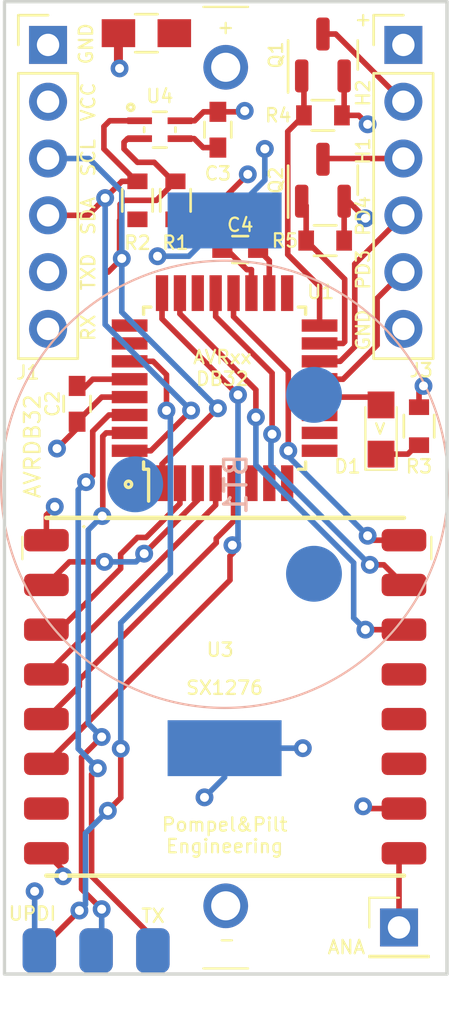
<source format=kicad_pcb>
(kicad_pcb (version 20211014) (generator pcbnew)
  (layers (0 "F.Cu" signal) (31 "B.Cu" signal) (37 "F.SilkS" user "F.Silkscreen") (38 "B.Mask" user) (39 "F.Mask" user) (44 "Edge.Cuts" user))
  (net 0 "")
  (net 1 "/RSTL")
  (net 2 "/SS")
  (net 3 "/SCK")
  (net 4 "/MOSI")
  (net 5 "/MISO")
  (net 6 "/REC_INT")
  (net 7 "GND")
  (net 8 "VCC")
  (net 9 "/SDA")
  (net 10 "/SCL")
  (net 11 "Net-(D1-Pad1)")
  (net 12 "/LED")
  (net 13 "/ANA")
  (net 14 "/TXD")
  (net 15 "/D2")
  (net 16 "/D1")
  (net 20 "/RXD")
  (net 25 "/UPDI")
  (net 26 "/PD6")
  (net 27 "/PD5")
  (net 28 "/PD4")
  (net 29 "/PD3")
  (net 31 "unconnected-(U1-Pad8)")
  (net 34 "/TX")
  (net 35 "/RX")
  (net 36 "/HP1")
  (net 37 "/HP2")
  (footprint "LEDs:LED_0805" (layer "F.Cu") (at 115.4 58.25 90)
    (fp_text reference "D1" (at -1.65 -1.5) (layer "F.SilkS") (effects (font (size 0.6 0.6) (thickness 0.1))))
    (fp_text value "LED")
    (fp_line (start -1.8 -0.7) (end 1 -0.7) (layer "F.SilkS") (width 0.1))
    (fp_line (start -1.8 -0.7) (end -1.8 0.7) (layer "F.SilkS") (width 0.1))
    (fp_line (start -1.8 0.7) (end 1 0.7) (layer "F.SilkS") (width 0.1))
    (pad "1" smd rect locked (at -1.1 0 270) (size 1.2 1.2) (layers "F.Cu" "F.Paste" "F.Mask") (net 11 "Net-(D1-Pad1)"))
    (pad "2" smd rect locked (at 1.1 0 270) (size 1.2 1.2) (layers "F.Cu" "F.Paste" "F.Mask") (net 12 "/LED"))
  )
  (footprint "Pin_Headers:Pin_Header_Straight_1x01_Pitch2.54mm" (layer "F.Cu") (at 116.205 80.518)
    (fp_text reference "AE1" hide)
    (fp_text value "Antenna")
    (fp_line (start 1.33 1.27) (end 1.33 1.33) (layer "F.SilkS") (width 0.1))
    (fp_line (start -1.33 -1.33) (end 0 -1.33) (layer "F.SilkS") (width 0.1))
    (fp_line (start -1.33 1.27) (end 1.33 1.27) (layer "F.SilkS") (width 0.1))
    (fp_line (start -1.33 0) (end -1.33 -1.33) (layer "F.SilkS") (width 0.1))
    (fp_line (start -1.33 1.27) (end -1.33 1.33) (layer "F.SilkS") (width 0.1))
    (fp_line (start -1.33 1.33) (end 1.33 1.33) (layer "F.SilkS") (width 0.1))
    (pad "1" thru_hole rect locked (at 0 0) (size 1.7 1.7) (drill 1) (layers *.Cu *.Mask) (net 13 "/ANA"))
  )
  (footprint "halib:EdgePads_FB_2x03" (layer "F.Cu") (at 102.65 84.6)
    (fp_text reference "J2" hide)
    (fp_text value "Conn_02x03_Top_Bottom")
    (pad "1" connect roundrect locked (at -2.54 -3.048) (size 1.5 2) (layers "F.Cu" "F.Mask") (net 25 "/UPDI"))
    (pad "2" connect roundrect locked (at 0 -3.048) (size 1.5 2) (layers "F.Cu" "F.Mask"))
    (pad "3" connect roundrect locked (at 2.54 -3.048) (size 1.5 2) (layers "F.Cu" "F.Mask") (net 14 "/TXD"))
    (pad "4" connect roundrect locked (at -2.54 -3.048) (size 1.5 2) (layers "B.Cu" "B.Mask") (net 8 "VCC"))
    (pad "5" connect roundrect locked (at 0 -3.048) (size 1.5 2) (layers "B.Cu" "B.Mask") (net 20 "/RXD"))
    (pad "6" connect roundrect locked (at 2.54 -3.048) (size 1.5 2) (layers "B.Cu" "B.Mask") (net 7 "GND"))
  )
  (footprint "halib:1276Module2mm" (layer "F.Cu") (at 106.426 76.2)
    (fp_text reference "U3" (at 1.774 -8.1) (layer "F.SilkS") (effects (font (size 0.6 0.6) (thickness 0.1))))
    (fp_text value "1276Module")
    (fp_line (start 10 2) (end -6 2) (layer "F.SilkS") (width 0.2))
    (fp_line (start -6 -14) (end 10 -14) (layer "F.SilkS") (width 0.2))
    (pad "1" smd roundrect (at 10 -1) (size 2 1) (layers "F.Cu" "F.Paste" "F.Mask") (net 7 "GND"))
    (pad "1" smd roundrect (at -6 1) (size 2 1) (layers "F.Cu" "F.Paste" "F.Mask") (net 7 "GND"))
    (pad "1" smd roundrect (at -6 -13) (size 2 1) (layers "F.Cu" "F.Paste" "F.Mask") (net 7 "GND"))
    (pad "2" smd roundrect (at -6 -11) (size 2 1) (layers "F.Cu" "F.Paste" "F.Mask") (net 5 "/MISO"))
    (pad "3" smd roundrect (at -6 -9) (size 2 1) (layers "F.Cu" "F.Paste" "F.Mask") (net 4 "/MOSI"))
    (pad "4" smd roundrect (at -6 -7) (size 2 1) (layers "F.Cu" "F.Paste" "F.Mask") (net 3 "/SCK"))
    (pad "5" smd roundrect (at -6 -5) (size 2 1) (layers "F.Cu" "F.Paste" "F.Mask") (net 2 "/SS"))
    (pad "6" smd roundrect (at -6 -3) (size 2 1) (layers "F.Cu" "F.Paste" "F.Mask") (net 1 "/RSTL"))
    (pad "7" smd roundrect (at 10 -9) (size 2 1) (layers "F.Cu" "F.Paste" "F.Mask") (net 6 "/REC_INT"))
    (pad "8" smd roundrect (at 10 -11) (size 2 1) (layers "F.Cu" "F.Paste" "F.Mask") (net 16 "/D1"))
    (pad "9" smd roundrect (at 10 -13) (size 2 1) (layers "F.Cu" "F.Paste" "F.Mask") (net 15 "/D2"))
    (pad "10" smd roundrect (at 10 -3) (size 2 1) (layers "F.Cu" "F.Paste" "F.Mask"))
    (pad "11" smd roundrect (at 10 -5) (size 2 1) (layers "F.Cu" "F.Paste" "F.Mask"))
    (pad "12" smd roundrect (at -6 -1) (size 2 1) (layers "F.Cu" "F.Paste" "F.Mask"))
    (pad "13" smd roundrect (at 10 1) (size 2 1) (layers "F.Cu" "F.Paste" "F.Mask") (net 13 "/ANA"))
    (pad "14" smd roundrect (at 10 -7) (size 2 1) (layers "F.Cu" "F.Paste" "F.Mask") (net 8 "VCC"))
  )
  (footprint "halib:CR123Holder" (layer "F.Cu") (at 108.45 42.05 -90)
    (fp_text reference "BT2" hide)
    (fp_text value "CR123")
    (fp_line (start 21 9.1) (end 22 9.1) (layer "F.SilkS") (width 0.1))
    (fp_line (start 21 -9.2) (end 22 -9.2) (layer "F.SilkS") (width 0.1))
    (fp_line (start 40.3 -1) (end 40.3 1) (layer "F.SilkS") (width 0.1))
    (fp_line (start -2.7 -1) (end -2.7 1) (layer "F.SilkS") (width 0.1))
    (pad "1" thru_hole circle locked (at 0 0 270) (size 2 2) (drill 1.3) (layers *.Cu *.Mask) (net 8 "VCC"))
    (pad "2" thru_hole circle locked (at 37.5 0 270) (size 2 2) (drill 1.3) (layers *.Cu *.Mask) (net 7 "GND"))
  )
  (footprint "halib:C_0603_Compact_hand" (layer "F.Cu") (at 101.8 57.1 -90)
    (fp_text reference "C2" (at 0 1.1 90) (layer "F.SilkS") (effects (font (size 0.6 0.6) (thickness 0.1))))
    (fp_text value "100n")
    (fp_line (start 0.35 0.6) (end -0.35 0.6) (layer "F.SilkS") (width 0.12))
    (fp_line (start -0.35 -0.6) (end 0.35 -0.6) (layer "F.SilkS") (width 0.12))
    (pad "1" smd rect locked (at -0.8 0 270) (size 0.9 0.75) (layers "F.Cu" "F.Paste" "F.Mask") (net 8 "VCC"))
    (pad "2" smd rect locked (at 0.8 0 270) (size 0.9 0.75) (layers "F.Cu" "F.Paste" "F.Mask") (net 7 "GND"))
  )
  (footprint "halib:C_0603_Compact_hand" (layer "F.Cu") (at 108.1 44.841421 90)
    (fp_text reference "C3" (at -1.958579 0 180) (layer "F.SilkS") (effects (font (size 0.6 0.6) (thickness 0.1))))
    (fp_text value "100n")
    (fp_line (start 0.35 0.6) (end -0.35 0.6) (layer "F.SilkS") (width 0.12))
    (fp_line (start -0.35 -0.6) (end 0.35 -0.6) (layer "F.SilkS") (width 0.12))
    (pad "1" smd rect locked (at -0.8 0 90) (size 0.9 0.75) (layers "F.Cu" "F.Paste" "F.Mask") (net 8 "VCC"))
    (pad "2" smd rect locked (at 0.8 0 90) (size 0.9 0.75) (layers "F.Cu" "F.Paste" "F.Mask") (net 7 "GND"))
  )
  (footprint "halib:C_0603_Compact_hand" (layer "F.Cu") (at 109.1 50.2 180)
    (fp_text reference "C4" (at 0 1.1) (layer "F.SilkS") (effects (font (size 0.6 0.6) (thickness 0.1))))
    (fp_text value "100n")
    (fp_line (start 0.35 0.6) (end -0.35 0.6) (layer "F.SilkS") (width 0.12))
    (fp_line (start -0.35 -0.6) (end 0.35 -0.6) (layer "F.SilkS") (width 0.12))
    (pad "1" smd rect locked (at -0.8 0 180) (size 0.9 0.75) (layers "F.Cu" "F.Paste" "F.Mask") (net 8 "VCC"))
    (pad "2" smd rect locked (at 0.8 0 180) (size 0.9 0.75) (layers "F.Cu" "F.Paste" "F.Mask") (net 7 "GND"))
  )
  (footprint "halib:R_0603_Compact_hand" (layer "F.Cu") (at 117.1 58.1 90)
    (fp_text reference "R3" (at -1.8 0) (layer "F.SilkS") (effects (font (size 0.6 0.6) (thickness 0.1))))
    (fp_text value "R400")
    (fp_line (start -0.5 -0.68) (end 0.5 -0.68) (layer "F.SilkS") (width 0.12))
    (fp_line (start 0.5 0.68) (end -0.5 0.68) (layer "F.SilkS") (width 0.12))
    (pad "1" smd rect locked (at -0.85 0 90) (size 0.7 0.9) (layers "F.Cu" "F.Paste" "F.Mask") (net 11 "Net-(D1-Pad1)"))
    (pad "2" smd rect locked (at 0.85 0 90) (size 0.7 0.9) (layers "F.Cu" "F.Paste" "F.Mask") (net 7 "GND"))
  )
  (footprint "halib:R_0603_Compact_hand" (layer "F.Cu") (at 106.2 48 90)
    (fp_text reference "R1" (at -1.9 0 180) (layer "F.SilkS") (effects (font (size 0.6 0.6) (thickness 0.1))))
    (fp_text value "4k7")
    (fp_line (start 0.5 0.68) (end -0.5 0.68) (layer "F.SilkS") (width 0.12))
    (fp_line (start -0.5 -0.68) (end 0.5 -0.68) (layer "F.SilkS") (width 0.12))
    (pad "1" smd rect locked (at -0.85 0 90) (size 0.7 0.9) (layers "F.Cu" "F.Paste" "F.Mask") (net 8 "VCC"))
    (pad "2" smd rect locked (at 0.85 0 90) (size 0.7 0.9) (layers "F.Cu" "F.Paste" "F.Mask") (net 10 "/SCL"))
  )
  (footprint "halib:R_0603_Compact_hand" (layer "F.Cu") (at 104.5 48 90)
    (fp_text reference "R2" (at -1.9 0 180) (layer "F.SilkS") (effects (font (size 0.6 0.6) (thickness 0.1))))
    (fp_text value "4k7")
    (fp_line (start -0.5 -0.68) (end 0.5 -0.68) (layer "F.SilkS") (width 0.12))
    (fp_line (start 0.5 0.68) (end -0.5 0.68) (layer "F.SilkS") (width 0.12))
    (pad "1" smd rect locked (at -0.85 0 90) (size 0.7 0.9) (layers "F.Cu" "F.Paste" "F.Mask") (net 8 "VCC"))
    (pad "2" smd rect locked (at 0.85 0 90) (size 0.7 0.9) (layers "F.Cu" "F.Paste" "F.Mask") (net 9 "/SDA"))
  )
  (footprint "Capacitors_SMD:C_0805_HandSoldering" (layer "F.Cu") (at 104.9 40.525 180)
    (fp_text reference "C1" hide)
    (fp_text value "10uF")
    (fp_line (start 0.5 -0.85) (end -0.5 -0.85) (layer "F.SilkS") (width 0.12))
    (fp_line (start -0.5 0.85) (end 0.5 0.85) (layer "F.SilkS") (width 0.12))
    (pad "1" smd rect locked (at -1.25 0 180) (size 1.5 1.25) (layers "F.Cu" "F.Paste" "F.Mask") (net 8 "VCC"))
    (pad "2" smd rect locked (at 1.25 0 180) (size 1.5 1.25) (layers "F.Cu" "F.Paste" "F.Mask") (net 7 "GND"))
  )
  (footprint "halib:R_0603_Compact_hand" (layer "F.Cu") (at 112.9 49.8)
    (fp_text reference "R5" (at -1.8 0) (layer "F.SilkS") (effects (font (size 0.6 0.6) (thickness 0.1))))
    (fp_text value "100k")
    (fp_line (start 0.5 0.68) (end -0.5 0.68) (layer "F.SilkS") (width 0.12))
    (fp_line (start -0.5 -0.68) (end 0.5 -0.68) (layer "F.SilkS") (width 0.12))
    (pad "1" smd rect locked (at -0.85 0) (size 0.7 0.9) (layers "F.Cu" "F.Paste" "F.Mask") (net 27 "/PD5"))
    (pad "2" smd rect locked (at 0.85 0) (size 0.7 0.9) (layers "F.Cu" "F.Paste" "F.Mask") (net 7 "GND"))
  )
  (footprint "Package_TO_SOT_SMD:SOT-23" (layer "F.Cu") (at 112.8 41.5 90)
    (fp_text reference "Q1" (at 0 -2.1 90) (layer "F.SilkS") (effects (font (size 0.6 0.6) (thickness 0.1))))
    (fp_text value "N-MOS")
    (fp_line (start 0 1.56) (end 0.65 1.56) (layer "F.SilkS") (width 0.12))
    (fp_line (start 0 1.56) (end -0.65 1.56) (layer "F.SilkS") (width 0.12))
    (fp_line (start 0 -1.56) (end 0.65 -1.56) (layer "F.SilkS") (width 0.12))
    (fp_line (start 0 -1.56) (end -1.675 -1.56) (layer "F.SilkS") (width 0.12))
    (pad "1" smd roundrect locked (at -0.9375 -0.95 90) (size 1.475 0.6) (layers "F.Cu" "F.Paste" "F.Mask") (net 26 "/PD6"))
    (pad "2" smd roundrect locked (at -0.9375 0.95 90) (size 1.475 0.6) (layers "F.Cu" "F.Paste" "F.Mask") (net 7 "GND"))
    (pad "3" smd roundrect locked (at 0.9375 0 90) (size 1.475 0.6) (layers "F.Cu" "F.Paste" "F.Mask") (net 36 "/HP1"))
  )
  (footprint "Package_QFP:TQFP-32_7x7mm_P0.8mm" (layer "F.Cu") (at 108.4 56.4 90)
    (fp_text reference "U1" (at 4.3 4.3 180) (layer "F.SilkS") (effects (font (size 0.6 0.6) (thickness 0.1))))
    (fp_text value "ATmega4808-A")
    (fp_line (start -3.625 -3.625) (end -3.3 -3.625) (layer "F.SilkS") (width 0.15))
    (fp_line (start -3.625 3.625) (end -3.625 3.3) (layer "F.SilkS") (width 0.15))
    (fp_line (start 3.625 3.625) (end 3.3 3.625) (layer "F.SilkS") (width 0.15))
    (fp_line (start -3.625 -3.625) (end -3.625 -3.4) (layer "F.SilkS") (width 0.15))
    (fp_line (start 3.625 3.625) (end 3.625 3.3) (layer "F.SilkS") (width 0.15))
    (fp_line (start 3.625 -3.625) (end 3.625 -3.3) (layer "F.SilkS") (width 0.15))
    (fp_line (start -3.625 3.625) (end -3.3 3.625) (layer "F.SilkS") (width 0.15))
    (fp_line (start -3.625 -3.4) (end -5.05 -3.4) (layer "F.SilkS") (width 0.15))
    (fp_line (start 3.625 -3.625) (end 3.3 -3.625) (layer "F.SilkS") (width 0.15))
    (pad "1" smd rect locked (at -4.25 -2.8 90) (size 1.6 0.55) (layers "F.Cu" "F.Paste" "F.Mask") (net 10 "/SCL"))
    (pad "2" smd rect locked (at -4.25 -2 90) (size 1.6 0.55) (layers "F.Cu" "F.Paste" "F.Mask") (net 4 "/MOSI"))
    (pad "3" smd rect locked (at -4.25 -1.2 90) (size 1.6 0.55) (layers "F.Cu" "F.Paste" "F.Mask") (net 5 "/MISO"))
    (pad "4" smd rect locked (at -4.25 -0.4 90) (size 1.6 0.55) (layers "F.Cu" "F.Paste" "F.Mask") (net 3 "/SCK"))
    (pad "5" smd rect locked (at -4.25 0.4 90) (size 1.6 0.55) (layers "F.Cu" "F.Paste" "F.Mask") (net 2 "/SS"))
    (pad "6" smd rect locked (at -4.25 1.2 90) (size 1.6 0.55) (layers "F.Cu" "F.Paste" "F.Mask"))
    (pad "7" smd rect locked (at -4.25 2 90) (size 1.6 0.55) (layers "F.Cu" "F.Paste" "F.Mask"))
    (pad "8" smd rect locked (at -4.25 2.8 90) (size 1.6 0.55) (layers "F.Cu" "F.Paste" "F.Mask") (net 31 "unconnected-(U1-Pad8)"))
    (pad "9" smd rect locked (at -2.8 4.25 180) (size 1.6 0.55) (layers "F.Cu" "F.Paste" "F.Mask"))
    (pad "10" smd rect locked (at -2 4.25 180) (size 1.6 0.55) (layers "F.Cu" "F.Paste" "F.Mask"))
    (pad "11" smd rect locked (at -1.2 4.25 180) (size 1.6 0.55) (layers "F.Cu" "F.Paste" "F.Mask"))
    (pad "12" smd rect locked (at -0.4 4.25 180) (size 1.6 0.55) (layers "F.Cu" "F.Paste" "F.Mask") (net 12 "/LED"))
    (pad "13" smd rect locked (at 0.4 4.25 180) (size 1.6 0.55) (layers "F.Cu" "F.Paste" "F.Mask") (net 29 "/PD3"))
    (pad "14" smd rect locked (at 1.2 4.25 180) (size 1.6 0.55) (layers "F.Cu" "F.Paste" "F.Mask") (net 28 "/PD4"))
    (pad "15" smd rect locked (at 2 4.25 180) (size 1.6 0.55) (layers "F.Cu" "F.Paste" "F.Mask") (net 27 "/PD5"))
    (pad "16" smd rect locked (at 2.8 4.25 180) (size 1.6 0.55) (layers "F.Cu" "F.Paste" "F.Mask") (net 26 "/PD6"))
    (pad "17" smd rect locked (at 4.25 2.8 90) (size 1.6 0.55) (layers "F.Cu" "F.Paste" "F.Mask"))
    (pad "18" smd rect locked (at 4.25 2 90) (size 1.6 0.55) (layers "F.Cu" "F.Paste" "F.Mask") (net 8 "VCC"))
    (pad "19" smd rect locked (at 4.25 1.2 90) (size 1.6 0.55) (layers "F.Cu" "F.Paste" "F.Mask") (net 7 "GND"))
    (pad "20" smd rect locked (at 4.25 0.4 90) (size 1.6 0.55) (layers "F.Cu" "F.Paste" "F.Mask") (net 15 "/D2"))
    (pad "21" smd rect locked (at 4.25 -0.4 90) (size 1.6 0.55) (layers "F.Cu" "F.Paste" "F.Mask") (net 16 "/D1"))
    (pad "22" smd rect locked (at 4.25 -1.2 90) (size 1.6 0.55) (layers "F.Cu" "F.Paste" "F.Mask"))
    (pad "23" smd rect locked (at 4.25 -2 90) (size 1.6 0.55) (layers "F.Cu" "F.Paste" "F.Mask") (net 6 "/REC_INT"))
    (pad "24" smd rect locked (at 4.25 -2.8 90) (size 1.6 0.55) (layers "F.Cu" "F.Paste" "F.Mask") (net 1 "/RSTL"))
    (pad "25" smd rect locked (at 2.8 -4.25 180) (size 1.6 0.55) (layers "F.Cu" "F.Paste" "F.Mask"))
    (pad "26" smd rect locked (at 2 -4.25 180) (size 1.6 0.55) (layers "F.Cu" "F.Paste" "F.Mask"))
    (pad "27" smd rect locked (at 1.2 -4.25 180) (size 1.6 0.55) (layers "F.Cu" "F.Paste" "F.Mask") (net 25 "/UPDI"))
    (pad "28" smd rect locked (at 0.4 -4.25 180) (size 1.6 0.55) (layers "F.Cu" "F.Paste" "F.Mask") (net 8 "VCC"))
    (pad "29" smd rect locked (at -0.4 -4.25 180) (size 1.6 0.55) (layers "F.Cu" "F.Paste" "F.Mask") (net 7 "GND"))
    (pad "30" smd rect locked (at -1.2 -4.25 180) (size 1.6 0.55) (layers "F.Cu" "F.Paste" "F.Mask") (net 14 "/TXD"))
    (pad "31" smd rect locked (at -2 -4.25 180) (size 1.6 0.55) (layers "F.Cu" "F.Paste" "F.Mask") (net 20 "/RXD"))
    (pad "32" smd rect locked (at -2.8 -4.25 180) (size 1.6 0.55) (layers "F.Cu" "F.Paste" "F.Mask") (net 9 "/SDA"))
  )
  (footprint "Connector_PinHeader_2.54mm:PinHeader_1x06_P2.54mm_Vertical" (layer "F.Cu") (at 100.5 41.05)
    (fp_text reference "J1" (at -0.9 14.65) (layer "F.SilkS") (effects (font (size 0.6 0.6) (thickness 0.1))))
    (fp_text value "Conn_01x06")
    (fp_line (start -1.33 -1.33) (end 0 -1.33) (layer "F.SilkS") (width 0.12))
    (fp_line (start -1.33 14.03) (end 1.33 14.03) (layer "F.SilkS") (width 0.12))
    (fp_line (start -1.33 1.27) (end -1.33 14.03) (layer "F.SilkS") (width 0.12))
    (fp_line (start -1.33 1.27) (end 1.33 1.27) (layer "F.SilkS") (width 0.12))
    (fp_line (start 1.33 1.27) (end 1.33 14.03) (layer "F.SilkS") (width 0.12))
    (fp_line (start -1.33 0) (end -1.33 -1.33) (layer "F.SilkS") (width 0.12))
    (pad "1" thru_hole rect locked (at 0 0) (size 1.7 1.7) (drill 1) (layers *.Cu *.Mask) (net 7 "GND"))
    (pad "2" thru_hole oval locked (at 0 2.54) (size 1.7 1.7) (drill 1) (layers *.Cu *.Mask) (net 8 "VCC"))
    (pad "3" thru_hole oval locked (at 0 5.08) (size 1.7 1.7) (drill 1) (layers *.Cu *.Mask) (net 10 "/SCL"))
    (pad "4" thru_hole oval locked (at 0 7.62) (size 1.7 1.7) (drill 1) (layers *.Cu *.Mask) (net 9 "/SDA"))
    (pad "5" thru_hole oval locked (at 0 10.16) (size 1.7 1.7) (drill 1) (layers *.Cu *.Mask) (net 34 "/TX"))
    (pad "6" thru_hole oval locked (at 0 12.7) (size 1.7 1.7) (drill 1) (layers *.Cu *.Mask) (net 35 "/RX"))
  )
  (footprint "Connector_PinHeader_2.54mm:PinHeader_1x06_P2.54mm_Vertical" (layer "F.Cu") (at 116.4 41.05)
    (fp_text reference "J3" (at 0.8 14.55) (layer "F.SilkS") (effects (font (size 0.6 0.6) (thickness 0.1))))
    (fp_text value "Conn_01x06")
    (fp_line (start -1.33 1.27) (end -1.33 14.03) (layer "F.SilkS") (width 0.12))
    (fp_line (start -1.33 0) (end -1.33 -1.33) (layer "F.SilkS") (width 0.12))
    (fp_line (start -1.33 1.27) (end 1.33 1.27) (layer "F.SilkS") (width 0.12))
    (fp_line (start -1.33 -1.33) (end 0 -1.33) (layer "F.SilkS") (width 0.12))
    (fp_line (start 1.33 1.27) (end 1.33 14.03) (layer "F.SilkS") (width 0.12))
    (fp_line (start -1.33 14.03) (end 1.33 14.03) (layer "F.SilkS") (width 0.12))
    (pad "1" thru_hole rect locked (at 0 0) (size 1.7 1.7) (drill 1) (layers *.Cu *.Mask) (net 8 "VCC"))
    (pad "2" thru_hole oval locked (at 0 2.54) (size 1.7 1.7) (drill 1) (layers *.Cu *.Mask) (net 36 "/HP1"))
    (pad "3" thru_hole oval locked (at 0 5.08) (size 1.7 1.7) (drill 1) (layers *.Cu *.Mask) (net 37 "/HP2"))
    (pad "4" thru_hole oval locked (at 0 7.62) (size 1.7 1.7) (drill 1) (layers *.Cu *.Mask) (net 28 "/PD4"))
    (pad "5" thru_hole oval locked (at 0 10.16) (size 1.7 1.7) (drill 1) (layers *.Cu *.Mask) (net 29 "/PD3"))
    (pad "6" thru_hole oval locked (at 0 12.7) (size 1.7 1.7) (drill 1) (layers *.Cu *.Mask) (net 7 "GND"))
  )
  (footprint "halib:R_0603_Compact_hand" (layer "F.Cu") (at 112.8 44.2)
    (fp_text reference "R4" (at -2 0) (layer "F.SilkS") (effects (font (size 0.6 0.6) (thickness 0.1))))
    (fp_text value "100k")
    (fp_line (start -0.5 -0.68) (end 0.5 -0.68) (layer "F.SilkS") (width 0.12))
    (fp_line (start 0.5 0.68) (end -0.5 0.68) (layer "F.SilkS") (width 0.12))
    (pad "1" smd rect locked (at -0.85 0) (size 0.7 0.9) (layers "F.Cu" "F.Paste" "F.Mask") (net 26 "/PD6"))
    (pad "2" smd rect locked (at 0.85 0) (size 0.7 0.9) (layers "F.Cu" "F.Paste" "F.Mask") (net 7 "GND"))
  )
  (footprint "halib:SHT4x" (layer "F.Cu") (at 105.5 44.841421)
    (fp_text reference "U4" (at 0 -1.5 unlocked) (layer "F.SilkS") (effects (font (size 0.6 0.6) (thickness 0.1))))
    (fp_text value "SHT4x")
    (fp_line (start -0.3 -0.8) (end 0.3 -0.8) (layer "F.SilkS") (width 0.12))
    (fp_line (start -0.7 -0.1) (end -0.7 0.1) (layer "F.SilkS") (width 0.12))
    (fp_line (start -0.3 0.8) (end 0.3 0.8) (layer "F.SilkS") (width 0.12))
    (fp_line (start 0.7 -0.1) (end 0.7 0.1) (layer "F.SilkS") (width 0.12))
    (pad "1" smd rect (at -0.9 -0.4) (size 1.1 0.3) (layers "F.Cu" "F.Paste" "F.Mask") (net 9 "/SDA"))
    (pad "2" smd rect (at -0.9 0.4) (size 1.1 0.3) (layers "F.Cu" "F.Paste" "F.Mask") (net 10 "/SCL"))
    (pad "3" smd rect (at 0.9 0.4) (size 1.1 0.3) (layers "F.Cu" "F.Paste" "F.Mask") (net 8 "VCC"))
    (pad "4" smd rect (at 0.9 -0.4) (size 1.1 0.3) (layers "F.Cu" "F.Paste" "F.Mask") (net 7 "GND"))
  )
  (footprint "Package_TO_SOT_SMD:SOT-23" (layer "F.Cu") (at 112.8 47.1 90)
    (fp_text reference "Q2" (at 0 -2.1 90) (layer "F.SilkS") (effects (font (size 0.6 0.6) (thickness 0.1))))
    (fp_text value "N-MOS")
    (fp_line (start 0 -1.56) (end 0.65 -1.56) (layer "F.SilkS") (width 0.12))
    (fp_line (start 0 -1.56) (end -1.675 -1.56) (layer "F.SilkS") (width 0.12))
    (fp_line (start 0 1.56) (end -0.65 1.56) (layer "F.SilkS") (width 0.12))
    (fp_line (start 0 1.56) (end 0.65 1.56) (layer "F.SilkS") (width 0.12))
    (pad "1" smd roundrect locked (at -0.9375 -0.95 90) (size 1.475 0.6) (layers "F.Cu" "F.Paste" "F.Mask") (net 27 "/PD5"))
    (pad "2" smd roundrect locked (at -0.9375 0.95 90) (size 1.475 0.6) (layers "F.Cu" "F.Paste" "F.Mask") (net 7 "GND"))
    (pad "3" smd roundrect locked (at 0.9375 0 90) (size 1.475 0.6) (layers "F.Cu" "F.Paste" "F.Mask") (net 37 "/HP2"))
  )
  (footprint "halib:2032-SMD_COMPACT" (layer "B.Cu") (at 108.4 60.7 -90)
    (fp_text reference "BT1" (at 0 -0.5 90) (layer "B.SilkS") (effects (justify mirror)))
    (fp_text value "CR2032")
    (fp_circle (center 0 0) (end 10 0) (layer "B.SilkS") (width 0.1) (fill none))
    (pad "1" smd rect locked (at 11.8 0 270) (size 2.5 5.1) (layers "B.Cu" "B.Paste" "B.Mask") (net 8 "VCC"))
    (pad "1" smd rect locked (at -11.8 0 270) (size 2.5 5.1) (layers "B.Cu" "B.Paste" "B.Mask") (net 8 "VCC"))
    (pad "2" smd circle locked (at -4 -4 270) (size 2.5 2.5) (layers "B.Cu" "B.Paste" "B.Mask") (net 7 "GND"))
    (pad "2" smd circle locked (at 4 -4 270) (size 2.5 2.5) (layers "B.Cu" "B.Paste" "B.Mask") (net 7 "GND"))
    (pad "2" smd circle locked (at 0 4 270) (size 2.5 2.5) (layers "B.Cu" "B.Paste" "B.Mask") (net 7 "GND"))
  )
  (gr_circle (center 104.2 43.841421) (end 104.3 43.941421) (layer "F.SilkS") (width 0.15) (fill none))
  (gr_circle (center 104.1 60.7) (end 104.2 60.8) (layer "F.SilkS") (width 0.15) (fill none))
  (gr_line (start 98.55 39.116) (end 118.35 39.116) (layer "Edge.Cuts") (width 0.15))
  (gr_line (start 118.35 82.6) (end 98.55 82.6) (layer "Edge.Cuts") (width 0.15))
  (gr_line (start 98.55 82.6) (end 98.55 39.116) (layer "Edge.Cuts") (width 0.15))
  (gr_line (start 118.35 39.116) (end 118.35 82.6) (layer "Edge.Cuts") (width 0.15))
  (gr_text "-" (at 108.5 81.05) (layer "F.SilkS") (effects (font (size 0.6 0.6) (thickness 0.1))))
  (gr_text "." (at 102.1 62.35) (layer "F.SilkS") (effects (font (size 0.6 0.6) (thickness 0.1))))
  (gr_text "VCC" (at 102.3 43.6 90) (layer "F.SilkS") (effects (font (size 0.6 0.6) (thickness 0.1))))
  (gr_text "GND" (at 102.2 41 90) (layer "F.SilkS") (effects (font (size 0.6 0.6) (thickness 0.1))))
  (gr_text "RX" (at 102.3 53.7 90) (layer "F.SilkS") (effects (font (size 0.6 0.6) (thickness 0.1))))
  (gr_text "AVRDB32" (at 99.8 59 90) (layer "F.SilkS") (effects (font (size 0.7 0.7) (thickness 0.1))))
  (gr_text "+" (at 114.6 39.9) (layer "F.SilkS") (effects (font (size 0.6 0.6) (thickness 0.1))))
  (gr_text "PD3" (at 114.6 51.1 90) (layer "F.SilkS") (effects (font (size 0.6 0.6) (thickness 0.1))))
  (gr_text "AVRxx\nDB32" (at 108.3 55.5) (layer "F.SilkS") (effects (font (size 0.6 0.6) (thickness 0.1))))
  (gr_text "+" (at 108.45 40.25) (layer "F.SilkS") (effects (font (size 0.6 0.6) (thickness 0.1))))
  (gr_text "H2" (at 114.6 43.2 90) (layer "F.SilkS") (effects (font (size 0.6 0.6) (thickness 0.1))))
  (gr_text "GND" (at 114.6 53.8 90) (layer "F.SilkS") (effects (font (size 0.6 0.6) (thickness 0.1))))
  (gr_text ">" (at 115.4 58.2 270) (layer "F.SilkS") (effects (font (size 0.6 0.6) (thickness 0.1))))
  (gr_text "Pompel&Pilt\nEngineering" (at 108.4 76.4) (layer "F.SilkS") (effects (font (size 0.6 0.6) (thickness 0.1))))
  (gr_text "TX" (at 105.2 80) (layer "F.SilkS") (effects (font (size 0.6 0.6) (thickness 0.1))))
  (gr_text "PD4" (at 114.6 48.7 90) (layer "F.SilkS") (effects (font (size 0.6 0.6) (thickness 0.1))))
  (gr_text "H1" (at 114.6 45.8 90) (layer "F.SilkS") (effects (font (size 0.6 0.6) (thickness 0.1))))
  (gr_text "ANA" (at 113.85 81.4) (layer "F.SilkS") (effects (font (size 0.6 0.6) (thickness 0.1))))
  (gr_text "TXD" (at 102.3 51.2 90) (layer "F.SilkS") (effects (font (size 0.6 0.6) (thickness 0.1))))
  (gr_text "SDA" (at 102.3 48.7 90) (layer "F.SilkS") (effects (font (size 0.6 0.6) (thickness 0.1))))
  (gr_text "UPDI" (at 99.8 79.9) (layer "F.SilkS") (effects (font (size 0.6 0.6) (thickness 0.1))))
  (gr_text "SCL" (at 102.3 46.1 90) (layer "F.SilkS") (effects (font (size 0.6 0.6) (thickness 0.1))))
  (gr_text "SX1276" (at 108.4 69.8) (layer "F.SilkS") (effects (font (size 0.6 0.6) (thickness 0.1))))
  (segment (start 108.640846 64.985154) (end 108.640846 63.909956) (width 0.25) (layer "F.Cu") (net 1))
  (segment (start 109 56.7) (end 105.6 53.3) (width 0.25) (layer "F.Cu") (net 1))
  (segment (start 108.640846 63.909956) (end 108.790846 63.759956) (width 0.25) (layer "F.Cu") (net 1))
  (segment (start 105.6 53.3) (end 105.6 52.15) (width 0.25) (layer "F.Cu") (net 1))
  (segment (start 108.790846 63.759956) (end 108.790846 63.462061) (width 0.25) (layer "F.Cu") (net 1))
  (segment (start 100.426 73.2) (end 108.640846 64.985154) (width 0.25) (layer "F.Cu") (net 1))
  (segment (start 108.790846 63.462061) (end 108.750682 63.421897) (width 0.25) (layer "F.Cu") (net 1))
  (via (at 109 56.7) (size 0.8) (drill 0.4) (layers "F.Cu" "B.Cu") (net 1))
  (via (at 108.750682 63.421897) (size 0.8) (drill 0.4) (layers "F.Cu" "B.Cu") (net 1))
  (segment (start 108.750682 63.421897) (end 109 63.172579) (width 0.25) (layer "B.Cu") (net 1))
  (segment (start 109 63.172579) (end 109 56.7) (width 0.25) (layer "B.Cu") (net 1))
  (segment (start 101.9 69.726) (end 100.426 71.2) (width 0.25) (layer "F.Cu") (net 2))
  (segment (start 108.026181 63.319088) (end 101.9 69.445269) (width 0.25) (layer "F.Cu") (net 2))
  (segment (start 108.8 62.347979) (end 108.026181 63.121798) (width 0.25) (layer "F.Cu") (net 2))
  (segment (start 108.026181 63.121798) (end 108.026181 63.319088) (width 0.25) (layer "F.Cu") (net 2))
  (segment (start 108.8 60.65) (end 108.8 62.347979) (width 0.25) (layer "F.Cu") (net 2))
  (segment (start 101.9 69.445269) (end 101.9 69.726) (width 0.25) (layer "F.Cu") (net 2))
  (segment (start 108 61.626) (end 100.426 69.2) (width 0.25) (layer "F.Cu") (net 3))
  (segment (start 108 60.65) (end 108 61.626) (width 0.25) (layer "F.Cu") (net 3))
  (segment (start 101.016812 67.2) (end 100.426 67.2) (width 0.25) (layer "F.Cu") (net 4))
  (segment (start 104.889498 63.0762) (end 104.500602 63.0762) (width 0.25) (layer "F.Cu") (net 4))
  (segment (start 106.4 60.65) (end 106.4 61.565698) (width 0.25) (layer "F.Cu") (net 4))
  (segment (start 103.749001 63.827801) (end 103.749001 64.467811) (width 0.25) (layer "F.Cu") (net 4))
  (segment (start 106.4 61.565698) (end 104.889498 63.0762) (width 0.25) (layer "F.Cu") (net 4))
  (segment (start 103.749001 64.467811) (end 101.016812 67.2) (width 0.25) (layer "F.Cu") (net 4))
  (segment (start 104.500602 63.0762) (end 103.749001 63.827801) (width 0.25) (layer "F.Cu") (net 4))
  (segment (start 100.426 65.2) (end 101.458288 64.167712) (width 0.25) (layer "F.Cu") (net 5))
  (segment (start 107.2 61.401402) (end 104.800701 63.800701) (width 0.25) (layer "F.Cu") (net 5))
  (segment (start 101.458288 64.167712) (end 103.0245 64.167712) (width 0.25) (layer "F.Cu") (net 5))
  (segment (start 107.2 60.65) (end 107.2 61.401402) (width 0.25) (layer "F.Cu") (net 5))
  (via (at 103.0245 64.167712) (size 0.8) (drill 0.4) (layers "F.Cu" "B.Cu") (net 5))
  (via (at 104.800701 63.800701) (size 0.8) (drill 0.4) (layers "F.Cu" "B.Cu") (net 5))
  (segment (start 104.43369 64.167712) (end 103.0245 64.167712) (width 0.25) (layer "B.Cu") (net 5))
  (segment (start 104.800701 63.800701) (end 104.43369 64.167712) (width 0.25) (layer "B.Cu") (net 5))
  (segment (start 109.8 56.474022) (end 106.4 53.074022) (width 0.25) (layer "F.Cu") (net 6))
  (segment (start 109.8 57.7) (end 109.8 56.474022) (width 0.25) (layer "F.Cu") (net 6))
  (segment (start 106.4 53.074022) (end 106.4 52.15) (width 0.25) (layer "F.Cu") (net 6))
  (segment (start 114.7 67.2) (end 116.426 67.2) (width 0.25) (layer "F.Cu") (net 6))
  (via (at 114.7 67.2) (size 0.8) (drill 0.4) (layers "F.Cu" "B.Cu") (net 6))
  (via (at 109.8 57.7) (size 0.8) (drill 0.4) (layers "F.Cu" "B.Cu") (net 6))
  (segment (start 109.8 59.835704) (end 114.175499 64.211203) (width 0.25) (layer "B.Cu") (net 6))
  (segment (start 109.8 57.7) (end 109.8 59.835704) (width 0.25) (layer "B.Cu") (net 6))
  (segment (start 114.175499 66.675499) (end 114.7 67.2) (width 0.25) (layer "B.Cu") (net 6))
  (segment (start 114.175499 64.211203) (end 114.175499 66.675499) (width 0.25) (layer "B.Cu") (net 6))
  (segment (start 101.1755 77.9495) (end 101.1755 78.229014) (width 0.25) (layer "F.Cu") (net 7))
  (segment (start 114.7 75.2) (end 114.6 75.1) (width 0.25) (layer "F.Cu") (net 7))
  (segment (start 113.65 44.2) (end 114.4 44.2) (width 0.25) (layer "F.Cu") (net 7))
  (segment (start 113.75 42.4375) (end 113.75 44.1) (width 0.25) (layer "F.Cu") (net 7))
  (segment (start 108.3 47.975402) (end 109.437701 46.837701) (width 0.25) (layer "F.Cu") (net 7))
  (segment (start 104.15 56.8) (end 102.9 56.8) (width 0.25) (layer "F.Cu") (net 7))
  (segment (start 109.6 51.1) (end 109.6 52.15) (width 0.25) (layer "F.Cu") (net 7))
  (segment (start 108.1 44.041421) (end 109.258579 44.041421) (width 0.25) (layer "F.Cu") (net 7))
  (segment (start 113.75 44.1) (end 113.65 44.2) (width 0.25) (layer "F.Cu") (net 7))
  (segment (start 117.1 57.25) (end 117.1 56.5) (width 0.25) (layer "F.Cu") (net 7))
  (segment (start 109.258579 44.041421) (end 109.3 44) (width 0.25) (layer "F.Cu") (net 7))
  (segment (start 113.9375 48.0375) (end 114.7 48.8) (width 0.25) (layer "F.Cu") (net 7))
  (segment (start 109.399511 51.1) (end 109.6 51.1) (width 0.25) (layer "F.Cu") (net 7))
  (segment (start 102.9 56.8) (end 101.8 57.9) (width 0.25) (layer "F.Cu") (net 7))
  (segment (start 108.1 44.041421) (end 107.458579 44.041421) (width 0.25) (layer "F.Cu") (net 7))
  (segment (start 101.8 57.9) (end 101.8 58.2) (width 0.25) (layer "F.Cu") (net 7))
  (segment (start 100.426 62.074) (end 100.8 61.7) (width 0.25) (layer "F.Cu") (net 7))
  (segment (start 116.426 75.2) (end 114.7 75.2) (width 0.25) (layer "F.Cu") (net 7))
  (segment (start 113.75 48.0375) (end 113.9375 48.0375) (width 0.25) (layer "F.Cu") (net 7))
  (segment (start 108.499511 50.2) (end 109.399511 51.1) (width 0.25) (layer "F.Cu") (net 7))
  (segment (start 107.058579 44.441421) (end 106.2 44.441421) (width 0.25) (layer "F.Cu") (net 7))
  (segment (start 117.1 56.5) (end 117.3 56.3) (width 0.25) (layer "F.Cu") (net 7))
  (segment (start 107.458579 44.041421) (end 107.058579 44.441421) (width 0.25) (layer "F.Cu") (net 7))
  (segment (start 108.3 50.2) (end 108.3 47.975402) (width 0.25) (layer "F.Cu") (net 7))
  (segment (start 100.426 63.2) (end 100.426 62.074) (width 0.25) (layer "F.Cu") (net 7))
  (segment (start 103.65 42.05) (end 103.7 42.1) (width 0.25) (layer "F.Cu") (net 7))
  (segment (start 114.4 44.2) (end 114.8 44.6) (width 0.25) (layer "F.Cu") (net 7))
  (segment (start 103.65 40.525) (end 103.65 42.05) (width 0.4) (layer "F.Cu") (net 7))
  (segment (start 100.426 77.2) (end 101.1755 77.9495) (width 0.25) (layer "F.Cu") (net 7))
  (segment (start 101.8 58.2) (end 100.9 59.1) (width 0.25) (layer "F.Cu") (net 7))
  (segment (start 113.75 48.0375) (end 113.75 49.8) (width 0.25) (layer "F.Cu") (net 7))
  (segment (start 108.3 50.2) (end 108.499511 50.2) (width 0.25) (layer "F.Cu") (net 7))
  (via (at 109.437701 46.837701) (size 0.8) (drill 0.4) (layers "F.Cu" "B.Cu") (net 7))
  (via (at 100.8 61.7) (size 0.8) (drill 0.4) (layers "F.Cu" "B.Cu") (net 7))
  (via (at 114.7 48.8) (size 0.8) (drill 0.4) (layers "F.Cu" "B.Cu") (net 7))
  (via (at 109.3 44) (size 0.8) (drill 0.4) (layers "F.Cu" "B.Cu") (net 7))
  (via (at 101.1755 78.229014) (size 0.8) (drill 0.4) (layers "F.Cu" "B.Cu") (net 7))
  (via (at 114.6 75.1) (size 0.8) (drill 0.4) (layers "F.Cu" "B.Cu") (net 7))
  (via (at 103.7 42.1) (size 0.8) (drill 0.4) (layers "F.Cu" "B.Cu") (net 7))
  (via (at 114.8 44.6) (size 0.8) (drill 0.4) (layers "F.Cu" "B.Cu") (net 7))
  (via (at 100.9 59.1) (size 0.8) (drill 0.4) (layers "F.Cu" "B.Cu") (net 7))
  (via (at 117.3 56.3) (size 0.8) (drill 0.4) (layers "F.Cu" "B.Cu") (net 7))
  (segment (start 102.5 56) (end 104.15 56) (width 0.25) (layer "F.Cu") (net 8))
  (segment (start 107.441421 45.641421) (end 107.041421 45.241421) (width 0.25) (layer "F.Cu") (net 8))
  (segment (start 110.4 50.7) (end 110.4 52.15) (width 0.25) (layer "F.Cu") (net 8))
  (segment (start 109.9 50.2) (end 110.4 50.7) (width 0.25) (layer "F.Cu") (net 8))
  (segment (start 108.1 45.641421) (end 107.441421 45.641421) (width 0.25) (layer "F.Cu") (net 8))
  (segment (start 110.3 52.05) (end 110.4 52.15) (width 0.25) (layer "F.Cu") (net 8))
  (segment (start 102.1 56.4) (end 102.5 56) (width 0.25) (layer "F.Cu") (net 8))
  (segment (start 107.041421 45.241421) (end 106.2 45.241421) (width 0.25) (layer "F.Cu") (net 8))
  (via (at 107.5 74.7) (size 0.8) (drill 0.4) (layers "F.Cu" "B.Cu") (net 8))
  (via (at 111.9 72.5) (size 0.8) (drill 0.4) (layers "F.Cu" "B.Cu") (net 8))
  (via (at 110.2 45.7) (size 0.8) (drill 0.4) (layers "F.Cu" "B.Cu") (net 8))
  (via (at 105.4 50.5) (size 0.8) (drill 0.4) (layers "F.Cu" "B.Cu") (net 8))
  (via (at 99.9 78.9) (size 0.8) (drill 0.4) (layers "F.Cu" "B.Cu") (net 8))
  (segment (start 100.11 81.552) (end 99.9 81.342) (width 0.25) (layer "B.Cu") (net 8))
  (segment (start 108.4 72.5) (end 108.4 73.8) (width 0.25) (layer "B.Cu") (net 8))
  (segment (start 106.8 50.5) (end 105.4 50.5) (width 0.25) (layer "B.Cu") (net 8))
  (segment (start 108.4 72.5) (end 111.9 72.5) (width 0.25) (layer "B.Cu") (net 8))
  (segment (start 108.4 48.9) (end 106.8 50.5) (width 0.25) (layer "B.Cu") (net 8))
  (segment (start 99.9 81.342) (end 99.9 78.9) (width 0.25) (layer "B.Cu") (net 8))
  (segment (start 110.2 47.1) (end 110.2 45.7) (width 0.25) (layer "B.Cu") (net 8))
  (segment (start 108.4 73.8) (end 107.5 74.7) (width 0.25) (layer "B.Cu") (net 8))
  (segment (start 108.4 48.9) (end 110.2 47.1) (width 0.25) (layer "B.Cu") (net 8))
  (segment (start 104.2 44.441421) (end 104.8 44.441421) (width 0.25) (layer "F.Cu") (net 9))
  (segment (start 104.15 59.2) (end 105.1 59.2) (width 0.25) (layer "F.Cu") (net 9))
  (segment (start 103.055718 47.899248) (end 102.284966 48.67) (width 0.25) (layer "F.Cu") (net 9))
  (segment (start 103 45.7) (end 103 44.7) (width 0.25) (layer "F.Cu") (net 9))
  (segment (start 104.5 47.15) (end 104.45 47.15) (width 0.25) (layer "F.Cu") (net 9))
  (segment (start 104.5 47.15) (end 103.804966 47.15) (width 0.25) (layer "F.Cu") (net 9))
  (segment (start 102.284966 48.67) (end 100.5 48.67) (width 0.25) (layer "F.Cu") (net 9))
  (segment (start 103 44.7) (end 103.258579 44.441421) (width 0.25) (layer "F.Cu") (net 9))
  (segment (start 103.258579 44.441421) (end 104.6 44.441421) (width 0.25) (layer "F.Cu") (net 9))
  (segment (start 103.804966 47.15) (end 103.055718 47.899248) (width 0.25) (layer "F.Cu") (net 9))
  (segment (start 104.45 47.15) (end 103 45.7) (width 0.25) (layer "F.Cu") (net 9))
  (segment (start 105.1 59.2) (end 106.9 57.4) (width 0.25) (layer "F.Cu") (net 9))
  (via (at 103.055718 47.899248) (size 0.8) (drill 0.4) (layers "F.Cu" "B.Cu") (net 9))
  (via (at 106.9 57.4) (size 0.8) (drill 0.4) (layers "F.Cu" "B.Cu") (net 9))
  (segment (start 103.055718 53.555718) (end 103.055718 47.899248) (width 0.25) (layer "B.Cu") (net 9))
  (segment (start 106.9 57.4) (end 103.055718 53.555718) (width 0.25) (layer "B.Cu") (net 9))
  (segment (start 106.2 47.15) (end 106.1 47.15) (width 0.25) (layer "F.Cu") (net 10))
  (segment (start 105.25 46.3) (end 104.5 46.3) (width 0.25) (layer "F.Cu") (net 10))
  (segment (start 105.35 48) (end 106.2 47.15) (width 0.25) (layer "F.Cu") (net 10))
  (segment (start 103.9 45.4) (end 104.058579 45.241421) (width 0.25) (layer "F.Cu") (net 10))
  (segment (start 103.7 48.9) (end 103.725489 48.874511) (width 0.25) (layer "F.Cu") (net 10))
  (segment (start 103.8 50.6) (end 103.7 50.5) (width 0.25) (layer "F.Cu") (net 10))
  (segment (start 104.058579 45.241421) (end 104.8 45.241421) (width 0.25) (layer "F.Cu") (net 10))
  (segment (start 103.9 45.7) (end 103.9 45.4) (width 0.25) (layer "F.Cu") (net 10))
  (segment (start 103.725489 48.175489) (end 103.900978 48) (width 0.25) (layer "F.Cu") (net 10))
  (segment (start 103.8 50.6) (end 103.19 51.21) (width 0.25) (layer "F.Cu") (net 10))
  (segment (start 104.5 46.3) (end 103.9 45.7) (width 0.25) (layer "F.Cu") (net 10))
  (segment (start 103.725489 48.874511) (end 103.725489 48.175489) (width 0.25) (layer "F.Cu") (net 10))
  (segment (start 106.1 47.15) (end 105.25 46.3) (width 0.25) (layer "F.Cu") (net 10))
  (segment (start 105.6 59.8) (end 108.1 57.3) (width 0.25) (layer "F.Cu") (net 10))
  (segment (start 105.6 60.65) (end 105.6 59.8) (width 0.25) (layer "F.Cu") (net 10))
  (segment (start 103.7 50.5) (end 103.7 48.9) (width 0.25) (layer "F.Cu") (net 10))
  (segment (start 103.900978 48) (end 105.35 48) (width 0.25) (layer "F.Cu") (net 10))
  (via (at 103.8 50.6) (size 0.8) (drill 0.4) (layers "F.Cu" "B.Cu") (net 10))
  (via (at 108.1 57.3) (size 0.8) (drill 0.4) (layers "F.Cu" "B.Cu") (net 10))
  (segment (start 103.8 50.6) (end 103.8 47.6) (width 0.25) (layer "B.Cu") (net 10))
  (segment (start 108.1 57.3) (end 103.8 53) (width 0.25) (layer "B.Cu") (net 10))
  (segment (start 102.33 46.13) (end 100.5 46.13) (width 0.25) (layer "B.Cu") (net 10))
  (segment (start 103.8 53) (end 103.8 50.6) (width 0.25) (layer "B.Cu") (net 10))
  (segment (start 103.8 47.6) (end 102.33 46.13) (width 0.25) (layer "B.Cu") (net 10))
  (segment (start 116.6 59.35) (end 117 58.95) (width 0.25) (layer "F.Cu") (net 11))
  (segment (start 115.2 59.35) (end 116.6 59.35) (width 0.25) (layer "F.Cu") (net 11))
  (segment (start 112.65 56.8) (end 114.85 56.8) (width 0.25) (layer "F.Cu") (net 12))
  (segment (start 114.85 56.8) (end 115.2 57.15) (width 0.25) (layer "F.Cu") (net 12))
  (segment (start 116.426 77.2) (end 116.205 77.421) (width 0.25) (layer "F.Cu") (net 13))
  (segment (start 116.205 77.421) (end 116.205 80.518) (width 0.25) (layer "F.Cu") (net 13))
  (segment (start 104.15 57.6) (end 103.225978 57.6) (width 0.25) (layer "F.Cu") (net 14))
  (segment (start 105.19 80.9654) (end 102.449511 78.224911) (width 0.25) (layer "F.Cu") (net 14))
  (segment (start 102.449511 73.673294) (end 102.7245 73.398305) (width 0.25) (layer "F.Cu") (net 14))
  (segment (start 105.19 81.552) (end 105.19 80.9654) (width 0.25) (layer "F.Cu") (net 14))
  (segment (start 102.499511 60.300489) (end 102.2 60.6) (width 0.25) (layer "F.Cu") (net 14))
  (segment (start 103.225978 57.6) (end 102.499511 58.326467) (width 0.25) (layer "F.Cu") (net 14))
  (segment (start 102.449511 78.224911) (end 102.449511 73.673294) (width 0.25) (layer "F.Cu") (net 14))
  (segment (start 102.499511 58.326467) (end 102.499511 60.300489) (width 0.25) (layer "F.Cu") (net 14))
  (via (at 102.7245 73.398305) (size 0.8) (drill 0.4) (layers "F.Cu" "B.Cu") (net 14))
  (via (at 102.2 60.6) (size 0.8) (drill 0.4) (layers "F.Cu" "B.Cu") (net 14))
  (segment (start 101.850489 60.949511) (end 101.850489 72.524294) (width 0.25) (layer "B.Cu") (net 14))
  (segment (start 101.850489 72.524294) (end 102.7245 73.398305) (width 0.25) (layer "B.Cu") (net 14))
  (segment (start 102.2 60.6) (end 101.850489 60.949511) (width 0.25) (layer "B.Cu") (net 14))
  (segment (start 111.250498 55.650498) (end 108.8 53.2) (width 0.25) (layer "F.Cu") (net 15))
  (segment (start 111.250498 59.2) (end 111.250498 55.650498) (width 0.25) (layer "F.Cu") (net 15))
  (segment (start 116.426 63.2) (end 115 63.2) (width 0.25) (layer "F.Cu") (net 15))
  (segment (start 115 63.2) (end 114.8 63) (width 0.25) (layer "F.Cu") (net 15))
  (segment (start 108.8 53.2) (end 108.8 52.15) (width 0.25) (layer "F.Cu") (net 15))
  (via (at 111.250498 59.2) (size 0.8) (drill 0.4) (layers "F.Cu" "B.Cu") (net 15))
  (via (at 114.8 63) (size 0.8) (drill 0.4) (layers "F.Cu" "B.Cu") (net 15))
  (segment (start 111.250498 59.450498) (end 111.250498 59.2) (width 0.25) (layer "B.Cu") (net 15))
  (segment (start 114.8 63) (end 111.250498 59.450498) (width 0.25) (layer "B.Cu") (net 15))
  (segment (start 114.9 64.3) (end 115.526 64.3) (width 0.25) (layer "F.Cu") (net 16))
  (segment (start 110.525998 55.725998) (end 110.525998 58.45793) (width 0.25) (layer "F.Cu") (net 16))
  (segment (start 115.526 64.3) (end 116.426 65.2) (width 0.25) (layer "F.Cu") (net 16))
  (segment (start 108 52.15) (end 108 53.2) (width 0.25) (layer "F.Cu") (net 16))
  (segment (start 108 53.2) (end 110.525998 55.725998) (width 0.25) (layer "F.Cu") (net 16))
  (via (at 110.525998 58.45793) (size 0.8) (drill 0.4) (layers "F.Cu" "B.Cu") (net 16))
  (via (at 114.9 64.3) (size 0.8) (drill 0.4) (layers "F.Cu" "B.Cu") (net 16))
  (segment (start 114.9 64.3) (end 110.475499 59.875499) (width 0.25) (layer "B.Cu") (net 16))
  (segment (start 110.475499 59.875499) (end 110.475499 58.508429) (width 0.25) (layer "B.Cu") (net 16))
  (segment (start 110.475499 58.508429) (end 110.525998 58.45793) (width 0.25) (layer "B.Cu") (net 16))
  (segment (start 102 78.7) (end 102 78.8) (width 0.25) (layer "F.Cu") (net 20))
  (segment (start 102.9 72) (end 102 72.9) (width 0.25) (layer "F.Cu") (net 20))
  (segment (start 103.1 58.4) (end 102.949022 58.550978) (width 0.25) (layer "F.Cu") (net 20))
  (segment (start 104.15 58.4) (end 103.1 58.4) (width 0.25) (layer "F.Cu") (net 20))
  (segment (start 102 78.8) (end 102.9 79.7) (width 0.25) (layer "F.Cu") (net 20))
  (segment (start 102.949022 58.550978) (end 102.949022 62.09511) (width 0.25) (layer "F.Cu") (net 20))
  (segment (start 102.949022 62.09511) (end 102.9245 62.119632) (width 0.25) (layer "F.Cu") (net 20))
  (segment (start 102 72.9) (end 102 78.7) (width 0.25) (layer "F.Cu") (net 20))
  (via (at 102.9 79.7) (size 0.8) (drill 0.4) (layers "F.Cu" "B.Cu") (net 20))
  (via (at 102.9245 62.119632) (size 0.8) (drill 0.4) (layers "F.Cu" "B.Cu") (net 20))
  (via (at 102.9 72) (size 0.8) (drill 0.4) (layers "F.Cu" "B.Cu") (net 20))
  (segment (start 102.9245 62.119632) (end 102.3 62.744132) (width 0.25) (layer "B.Cu") (net 20))
  (segment (start 102.3 62.8) (end 102.3 71.4) (width 0.25) (layer "B.Cu") (net 20))
  (segment (start 102.9 79.7) (end 102.9 81.302) (width 0.25) (layer "B.Cu") (net 20))
  (segment (start 102.9 81.302) (end 102.65 81.552) (width 0.25) (layer "B.Cu") (net 20))
  (segment (start 102.3 71.4) (end 102.9 72) (width 0.25) (layer "B.Cu") (net 20))
  (segment (start 102.3 62.744132) (end 102.3 62.8) (width 0.25) (layer "B.Cu") (net 20))
  (segment (start 103.754018 74.719993) (end 103.174011 75.3) (width 0.25) (layer "F.Cu") (net 25))
  (segment (start 103.754018 72.519286) (end 103.754018 74.719993) (width 0.25) (layer "F.Cu") (net 25))
  (segment (start 101.901768 79.760232) (end 101.902314 79.760232) (width 0.25) (layer "F.Cu") (net 25))
  (segment (start 105.8 55.8) (end 105.8 57.4) (width 0.25) (layer "F.Cu") (net 25))
  (segment (start 105.2 55.2) (end 105.8 55.8) (width 0.25) (layer "F.Cu") (net 25))
  (segment (start 104.15 55.2) (end 105.2 55.2) (width 0.25) (layer "F.Cu") (net 25))
  (segment (start 100.11 81.552) (end 101.901768 79.760232) (width 0.25) (layer "F.Cu") (net 25))
  (segment (start 100.11 81.552) (end 100.11 80.79) (width 0.25) (layer "F.Cu") (net 25))
  (via (at 103.754018 72.519286) (size 0.8) (drill 0.4) (layers "F.Cu" "B.Cu") (net 25))
  (via (at 101.902314 79.760232) (size 0.8) (drill 0.4) (layers "F.Cu" "B.Cu") (net 25))
  (via (at 103.174011 75.3) (size 0.8) (drill 0.4) (layers "F.Cu" "B.Cu") (net 25))
  (via (at 105.8 57.4) (size 0.8) (drill 0.4) (layers "F.Cu" "B.Cu") (net 25))
  (segment (start 102.175499 76.298512) (end 102.175499 79.487047) (width 0.25) (layer "B.Cu") (net 25))
  (segment (start 103.754018 66.895004) (end 103.754018 72.519286) (width 0.25) (layer "B.Cu") (net 25))
  (segment (start 105.8 57.4) (end 105.974511 57.574511) (width 0.25) (layer "B.Cu") (net 25))
  (segment (start 105.974511 64.674511) (end 103.754018 66.895004) (width 0.25) (layer "B.Cu") (net 25))
  (segment (start 103.174011 75.3) (end 102.175499 76.298512) (width 0.25) (layer "B.Cu") (net 25))
  (segment (start 102.175499 79.487047) (end 101.902314 79.760232) (width 0.25) (layer "B.Cu") (net 25))
  (segment (start 105.974511 57.574511) (end 105.974511 64.674511) (width 0.25) (layer "B.Cu") (net 25))
  (segment (start 111.95 44.2) (end 111.95 42.5375) (width 0.25) (layer "F.Cu") (net 26))
  (segment (start 111.22548 44.92452) (end 111.95 44.2) (width 0.25) (layer "F.Cu") (net 26))
  (segment (start 112.65 53.6) (end 112.65 51.849022) (width 0.25) (layer "F.Cu") (net 26))
  (segment (start 112.65 51.849022) (end 111.22548 50.424502) (width 0.25) (layer "F.Cu") (net 26))
  (segment (start 111.95 42.5375) (end 111.85 42.4375) (width 0.25) (layer "F.Cu") (net 26))
  (segment (start 111.22548 50.424502) (end 111.22548 44.92452) (width 0.25) (layer "F.Cu") (net 26))
  (segment (start 112.05 49.8) (end 112.05 48.2375) (width 0.25) (layer "F.Cu") (net 27))
  (segment (start 113.7 54.4) (end 113.774511 54.325489) (width 0.25) (layer "F.Cu") (net 27))
  (segment (start 113.774511 54.325489) (end 113.774511 51.524511) (width 0.25) (layer "F.Cu") (net 27))
  (segment (start 112.05 48.2375) (end 111.85 48.0375) (width 0.25) (layer "F.Cu") (net 27))
  (segment (start 112.65 54.4) (end 113.7 54.4) (width 0.25) (layer "F.Cu") (net 27))
  (segment (start 113.774511 51.524511) (end 112.05 49.8) (width 0.25) (layer "F.Cu") (net 27))
  (segment (start 112.65 55.2) (end 113.574022 55.2) (width 0.25) (layer "F.Cu") (net 28))
  (segment (start 113.574022 55.2) (end 114.224022 54.55) (width 0.25) (layer "F.Cu") (net 28))
  (segment (start 114.224022 54.55) (end 114.224022 50.845978) (width 0.25) (layer "F.Cu") (net 28))
  (segment (start 114.224022 50.845978) (end 116.4 48.67) (width 0.25) (layer "F.Cu") (net 28))
  (segment (start 115.225489 52.384511) (end 116.4 51.21) (width 0.25) (layer "F.Cu") (net 29))
  (segment (start 112.65 56) (end 113.7 56) (width 0.25) (layer "F.Cu") (net 29))
  (segment (start 113.7 56) (end 115.225489 54.474511) (width 0.25) (layer "F.Cu") (net 29))
  (segment (start 115.225489 54.474511) (end 115.225489 52.384511) (width 0.25) (layer "F.Cu") (net 29))
  (segment (start 111.2 60.65) (end 111.2 61.2) (width 0.25) (layer "F.Cu") (net 31))
  (segment (start 113.3725 40.5625) (end 116.4 43.59) (width 0.25) (layer "F.Cu") (net 36))
  (segment (start 112.8 40.5625) (end 113.3725 40.5625) (width 0.25) (layer "F.Cu") (net 36))
  (segment (start 112.8 46.1625) (end 112.8325 46.13) (width 0.25) (layer "F.Cu") (net 37))
  (segment (start 112.8325 46.13) (end 116.4 46.13) (width 0.25) (layer "F.Cu") (net 37))
)
</source>
